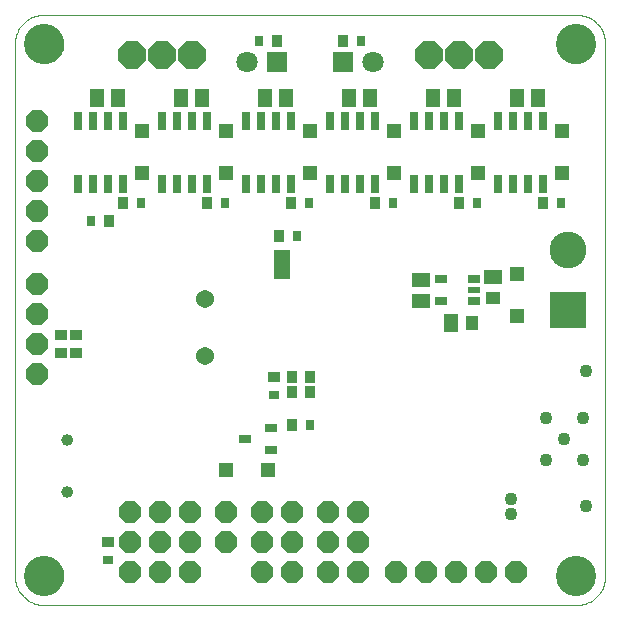
<source format=gbs>
G75*
%MOIN*%
%OFA0B0*%
%FSLAX24Y24*%
%IPPOS*%
%LPD*%
%AMOC8*
5,1,8,0,0,1.08239X$1,22.5*
%
%ADD10C,0.0000*%
%ADD11C,0.1340*%
%ADD12R,0.0474X0.0592*%
%ADD13OC8,0.0912*%
%ADD14C,0.0395*%
%ADD15C,0.1227*%
%ADD16R,0.1227X0.1227*%
%ADD17C,0.0710*%
%ADD18R,0.0710X0.0710*%
%ADD19R,0.0356X0.0395*%
%ADD20R,0.0296X0.0335*%
%ADD21OC8,0.0753*%
%ADD22R,0.0592X0.0474*%
%ADD23R,0.0394X0.0512*%
%ADD24R,0.0512X0.0394*%
%ADD25C,0.0604*%
%ADD26R,0.0395X0.0356*%
%ADD27R,0.0580X0.0500*%
%ADD28R,0.0580X0.0060*%
%ADD29R,0.0335X0.0296*%
%ADD30R,0.0395X0.0297*%
%ADD31R,0.0513X0.0513*%
%ADD32R,0.0277X0.0631*%
%ADD33R,0.0395X0.0277*%
%ADD34R,0.0395X0.0197*%
%ADD35C,0.0434*%
D10*
X002834Y001872D02*
X002834Y019588D01*
X003189Y019588D02*
X003191Y019638D01*
X003197Y019688D01*
X003207Y019737D01*
X003221Y019785D01*
X003238Y019832D01*
X003259Y019877D01*
X003284Y019921D01*
X003312Y019962D01*
X003344Y020001D01*
X003378Y020038D01*
X003415Y020072D01*
X003455Y020102D01*
X003497Y020129D01*
X003541Y020153D01*
X003587Y020174D01*
X003634Y020190D01*
X003682Y020203D01*
X003732Y020212D01*
X003781Y020217D01*
X003832Y020218D01*
X003882Y020215D01*
X003931Y020208D01*
X003980Y020197D01*
X004028Y020182D01*
X004074Y020164D01*
X004119Y020142D01*
X004162Y020116D01*
X004203Y020087D01*
X004242Y020055D01*
X004278Y020020D01*
X004310Y019982D01*
X004340Y019942D01*
X004367Y019899D01*
X004390Y019855D01*
X004409Y019809D01*
X004425Y019761D01*
X004437Y019712D01*
X004445Y019663D01*
X004449Y019613D01*
X004449Y019563D01*
X004445Y019513D01*
X004437Y019464D01*
X004425Y019415D01*
X004409Y019367D01*
X004390Y019321D01*
X004367Y019277D01*
X004340Y019234D01*
X004310Y019194D01*
X004278Y019156D01*
X004242Y019121D01*
X004203Y019089D01*
X004162Y019060D01*
X004119Y019034D01*
X004074Y019012D01*
X004028Y018994D01*
X003980Y018979D01*
X003931Y018968D01*
X003882Y018961D01*
X003832Y018958D01*
X003781Y018959D01*
X003732Y018964D01*
X003682Y018973D01*
X003634Y018986D01*
X003587Y019002D01*
X003541Y019023D01*
X003497Y019047D01*
X003455Y019074D01*
X003415Y019104D01*
X003378Y019138D01*
X003344Y019175D01*
X003312Y019214D01*
X003284Y019255D01*
X003259Y019299D01*
X003238Y019344D01*
X003221Y019391D01*
X003207Y019439D01*
X003197Y019488D01*
X003191Y019538D01*
X003189Y019588D01*
X002835Y019588D02*
X002837Y019650D01*
X002843Y019711D01*
X002852Y019772D01*
X002866Y019833D01*
X002883Y019892D01*
X002904Y019950D01*
X002929Y020007D01*
X002957Y020062D01*
X002988Y020115D01*
X003023Y020166D01*
X003061Y020215D01*
X003102Y020262D01*
X003145Y020305D01*
X003192Y020346D01*
X003241Y020384D01*
X003292Y020419D01*
X003345Y020450D01*
X003400Y020478D01*
X003457Y020503D01*
X003515Y020524D01*
X003574Y020541D01*
X003635Y020555D01*
X003696Y020564D01*
X003757Y020570D01*
X003819Y020572D01*
X021535Y020572D01*
X020905Y019588D02*
X020907Y019638D01*
X020913Y019688D01*
X020923Y019737D01*
X020937Y019785D01*
X020954Y019832D01*
X020975Y019877D01*
X021000Y019921D01*
X021028Y019962D01*
X021060Y020001D01*
X021094Y020038D01*
X021131Y020072D01*
X021171Y020102D01*
X021213Y020129D01*
X021257Y020153D01*
X021303Y020174D01*
X021350Y020190D01*
X021398Y020203D01*
X021448Y020212D01*
X021497Y020217D01*
X021548Y020218D01*
X021598Y020215D01*
X021647Y020208D01*
X021696Y020197D01*
X021744Y020182D01*
X021790Y020164D01*
X021835Y020142D01*
X021878Y020116D01*
X021919Y020087D01*
X021958Y020055D01*
X021994Y020020D01*
X022026Y019982D01*
X022056Y019942D01*
X022083Y019899D01*
X022106Y019855D01*
X022125Y019809D01*
X022141Y019761D01*
X022153Y019712D01*
X022161Y019663D01*
X022165Y019613D01*
X022165Y019563D01*
X022161Y019513D01*
X022153Y019464D01*
X022141Y019415D01*
X022125Y019367D01*
X022106Y019321D01*
X022083Y019277D01*
X022056Y019234D01*
X022026Y019194D01*
X021994Y019156D01*
X021958Y019121D01*
X021919Y019089D01*
X021878Y019060D01*
X021835Y019034D01*
X021790Y019012D01*
X021744Y018994D01*
X021696Y018979D01*
X021647Y018968D01*
X021598Y018961D01*
X021548Y018958D01*
X021497Y018959D01*
X021448Y018964D01*
X021398Y018973D01*
X021350Y018986D01*
X021303Y019002D01*
X021257Y019023D01*
X021213Y019047D01*
X021171Y019074D01*
X021131Y019104D01*
X021094Y019138D01*
X021060Y019175D01*
X021028Y019214D01*
X021000Y019255D01*
X020975Y019299D01*
X020954Y019344D01*
X020937Y019391D01*
X020923Y019439D01*
X020913Y019488D01*
X020907Y019538D01*
X020905Y019588D01*
X021535Y020572D02*
X021597Y020570D01*
X021658Y020564D01*
X021719Y020555D01*
X021780Y020541D01*
X021839Y020524D01*
X021897Y020503D01*
X021954Y020478D01*
X022009Y020450D01*
X022062Y020419D01*
X022113Y020384D01*
X022162Y020346D01*
X022209Y020305D01*
X022252Y020262D01*
X022293Y020215D01*
X022331Y020166D01*
X022366Y020115D01*
X022397Y020062D01*
X022425Y020007D01*
X022450Y019950D01*
X022471Y019892D01*
X022488Y019833D01*
X022502Y019772D01*
X022511Y019711D01*
X022517Y019650D01*
X022519Y019588D01*
X022519Y001872D01*
X020905Y001872D02*
X020907Y001922D01*
X020913Y001972D01*
X020923Y002021D01*
X020937Y002069D01*
X020954Y002116D01*
X020975Y002161D01*
X021000Y002205D01*
X021028Y002246D01*
X021060Y002285D01*
X021094Y002322D01*
X021131Y002356D01*
X021171Y002386D01*
X021213Y002413D01*
X021257Y002437D01*
X021303Y002458D01*
X021350Y002474D01*
X021398Y002487D01*
X021448Y002496D01*
X021497Y002501D01*
X021548Y002502D01*
X021598Y002499D01*
X021647Y002492D01*
X021696Y002481D01*
X021744Y002466D01*
X021790Y002448D01*
X021835Y002426D01*
X021878Y002400D01*
X021919Y002371D01*
X021958Y002339D01*
X021994Y002304D01*
X022026Y002266D01*
X022056Y002226D01*
X022083Y002183D01*
X022106Y002139D01*
X022125Y002093D01*
X022141Y002045D01*
X022153Y001996D01*
X022161Y001947D01*
X022165Y001897D01*
X022165Y001847D01*
X022161Y001797D01*
X022153Y001748D01*
X022141Y001699D01*
X022125Y001651D01*
X022106Y001605D01*
X022083Y001561D01*
X022056Y001518D01*
X022026Y001478D01*
X021994Y001440D01*
X021958Y001405D01*
X021919Y001373D01*
X021878Y001344D01*
X021835Y001318D01*
X021790Y001296D01*
X021744Y001278D01*
X021696Y001263D01*
X021647Y001252D01*
X021598Y001245D01*
X021548Y001242D01*
X021497Y001243D01*
X021448Y001248D01*
X021398Y001257D01*
X021350Y001270D01*
X021303Y001286D01*
X021257Y001307D01*
X021213Y001331D01*
X021171Y001358D01*
X021131Y001388D01*
X021094Y001422D01*
X021060Y001459D01*
X021028Y001498D01*
X021000Y001539D01*
X020975Y001583D01*
X020954Y001628D01*
X020937Y001675D01*
X020923Y001723D01*
X020913Y001772D01*
X020907Y001822D01*
X020905Y001872D01*
X021535Y000888D02*
X021597Y000890D01*
X021658Y000896D01*
X021719Y000905D01*
X021780Y000919D01*
X021839Y000936D01*
X021897Y000957D01*
X021954Y000982D01*
X022009Y001010D01*
X022062Y001041D01*
X022113Y001076D01*
X022162Y001114D01*
X022209Y001155D01*
X022252Y001198D01*
X022293Y001245D01*
X022331Y001294D01*
X022366Y001345D01*
X022397Y001398D01*
X022425Y001453D01*
X022450Y001510D01*
X022471Y001568D01*
X022488Y001627D01*
X022502Y001688D01*
X022511Y001749D01*
X022517Y001810D01*
X022519Y001872D01*
X021535Y000887D02*
X003819Y000887D01*
X003189Y001872D02*
X003191Y001922D01*
X003197Y001972D01*
X003207Y002021D01*
X003221Y002069D01*
X003238Y002116D01*
X003259Y002161D01*
X003284Y002205D01*
X003312Y002246D01*
X003344Y002285D01*
X003378Y002322D01*
X003415Y002356D01*
X003455Y002386D01*
X003497Y002413D01*
X003541Y002437D01*
X003587Y002458D01*
X003634Y002474D01*
X003682Y002487D01*
X003732Y002496D01*
X003781Y002501D01*
X003832Y002502D01*
X003882Y002499D01*
X003931Y002492D01*
X003980Y002481D01*
X004028Y002466D01*
X004074Y002448D01*
X004119Y002426D01*
X004162Y002400D01*
X004203Y002371D01*
X004242Y002339D01*
X004278Y002304D01*
X004310Y002266D01*
X004340Y002226D01*
X004367Y002183D01*
X004390Y002139D01*
X004409Y002093D01*
X004425Y002045D01*
X004437Y001996D01*
X004445Y001947D01*
X004449Y001897D01*
X004449Y001847D01*
X004445Y001797D01*
X004437Y001748D01*
X004425Y001699D01*
X004409Y001651D01*
X004390Y001605D01*
X004367Y001561D01*
X004340Y001518D01*
X004310Y001478D01*
X004278Y001440D01*
X004242Y001405D01*
X004203Y001373D01*
X004162Y001344D01*
X004119Y001318D01*
X004074Y001296D01*
X004028Y001278D01*
X003980Y001263D01*
X003931Y001252D01*
X003882Y001245D01*
X003832Y001242D01*
X003781Y001243D01*
X003732Y001248D01*
X003682Y001257D01*
X003634Y001270D01*
X003587Y001286D01*
X003541Y001307D01*
X003497Y001331D01*
X003455Y001358D01*
X003415Y001388D01*
X003378Y001422D01*
X003344Y001459D01*
X003312Y001498D01*
X003284Y001539D01*
X003259Y001583D01*
X003238Y001628D01*
X003221Y001675D01*
X003207Y001723D01*
X003197Y001772D01*
X003191Y001822D01*
X003189Y001872D01*
X002835Y001872D02*
X002837Y001810D01*
X002843Y001749D01*
X002852Y001688D01*
X002866Y001627D01*
X002883Y001568D01*
X002904Y001510D01*
X002929Y001453D01*
X002957Y001398D01*
X002988Y001345D01*
X003023Y001294D01*
X003061Y001245D01*
X003102Y001198D01*
X003145Y001155D01*
X003192Y001114D01*
X003241Y001076D01*
X003292Y001041D01*
X003345Y001010D01*
X003400Y000982D01*
X003457Y000957D01*
X003515Y000936D01*
X003574Y000919D01*
X003635Y000905D01*
X003696Y000896D01*
X003757Y000890D01*
X003819Y000888D01*
X004427Y004671D02*
X004429Y004696D01*
X004435Y004720D01*
X004444Y004742D01*
X004457Y004763D01*
X004473Y004782D01*
X004492Y004798D01*
X004513Y004811D01*
X004535Y004820D01*
X004559Y004826D01*
X004584Y004828D01*
X004609Y004826D01*
X004633Y004820D01*
X004655Y004811D01*
X004676Y004798D01*
X004695Y004782D01*
X004711Y004763D01*
X004724Y004742D01*
X004733Y004720D01*
X004739Y004696D01*
X004741Y004671D01*
X004739Y004646D01*
X004733Y004622D01*
X004724Y004600D01*
X004711Y004579D01*
X004695Y004560D01*
X004676Y004544D01*
X004655Y004531D01*
X004633Y004522D01*
X004609Y004516D01*
X004584Y004514D01*
X004559Y004516D01*
X004535Y004522D01*
X004513Y004531D01*
X004492Y004544D01*
X004473Y004560D01*
X004457Y004579D01*
X004444Y004600D01*
X004435Y004622D01*
X004429Y004646D01*
X004427Y004671D01*
X004427Y006404D02*
X004429Y006429D01*
X004435Y006453D01*
X004444Y006475D01*
X004457Y006496D01*
X004473Y006515D01*
X004492Y006531D01*
X004513Y006544D01*
X004535Y006553D01*
X004559Y006559D01*
X004584Y006561D01*
X004609Y006559D01*
X004633Y006553D01*
X004655Y006544D01*
X004676Y006531D01*
X004695Y006515D01*
X004711Y006496D01*
X004724Y006475D01*
X004733Y006453D01*
X004739Y006429D01*
X004741Y006404D01*
X004739Y006379D01*
X004733Y006355D01*
X004724Y006333D01*
X004711Y006312D01*
X004695Y006293D01*
X004676Y006277D01*
X004655Y006264D01*
X004633Y006255D01*
X004609Y006249D01*
X004584Y006247D01*
X004559Y006249D01*
X004535Y006255D01*
X004513Y006264D01*
X004492Y006277D01*
X004473Y006293D01*
X004457Y006312D01*
X004444Y006333D01*
X004435Y006355D01*
X004429Y006379D01*
X004427Y006404D01*
D11*
X003819Y001872D03*
X021535Y001872D03*
X021535Y019588D03*
X003819Y019588D03*
D12*
X005584Y017787D03*
X006284Y017787D03*
X008384Y017787D03*
X009084Y017787D03*
X011184Y017787D03*
X011884Y017787D03*
X013984Y017787D03*
X014684Y017787D03*
X016784Y017787D03*
X017484Y017787D03*
X019584Y017787D03*
X020284Y017787D03*
X017384Y010287D03*
D13*
X017634Y019237D03*
X016634Y019237D03*
X018634Y019237D03*
X008734Y019237D03*
X007734Y019237D03*
X006734Y019237D03*
D14*
X004584Y006404D03*
X004584Y004671D03*
D15*
X021284Y012737D03*
D16*
X021284Y010737D03*
D17*
X014784Y018987D03*
X010584Y018987D03*
D18*
X011584Y018987D03*
X013784Y018987D03*
D19*
X013784Y019687D03*
X011584Y019687D03*
X012034Y014287D03*
X011634Y013187D03*
X009234Y014287D03*
X006434Y014287D03*
X005984Y013687D03*
X012084Y008487D03*
X012084Y007987D03*
X012684Y007987D03*
X012684Y008487D03*
X012084Y006887D03*
X014834Y014287D03*
X017634Y014287D03*
X020434Y014287D03*
D20*
X021034Y014287D03*
X018234Y014287D03*
X015434Y014287D03*
X012634Y014287D03*
X012234Y013187D03*
X009834Y014287D03*
X007034Y014287D03*
X005384Y013687D03*
X010984Y019687D03*
X014384Y019687D03*
X012684Y006887D03*
D21*
X012084Y003987D03*
X011084Y003987D03*
X009884Y003987D03*
X009884Y002987D03*
X011084Y002987D03*
X011084Y001987D03*
X012084Y001987D03*
X012084Y002987D03*
X013284Y002987D03*
X014284Y002987D03*
X014284Y001987D03*
X013284Y001987D03*
X015534Y001987D03*
X016534Y001987D03*
X017534Y001987D03*
X018534Y001987D03*
X019534Y001987D03*
X014284Y003987D03*
X013284Y003987D03*
X008684Y003987D03*
X007684Y003987D03*
X006684Y003987D03*
X006684Y002987D03*
X006684Y001987D03*
X007684Y001987D03*
X008684Y001987D03*
X008684Y002987D03*
X007684Y002987D03*
X003584Y008587D03*
X003584Y009587D03*
X003584Y010587D03*
X003584Y011587D03*
X003584Y013037D03*
X003584Y014037D03*
X003584Y015037D03*
X003584Y016037D03*
X003584Y017037D03*
D22*
X016384Y011737D03*
X016384Y011037D03*
X018784Y011837D03*
D23*
X018084Y010287D03*
D24*
X018784Y011137D03*
D25*
X009184Y011087D03*
X009184Y009187D03*
D26*
X011484Y008487D03*
X005934Y002987D03*
X004884Y009287D03*
X004384Y009287D03*
X004384Y009887D03*
X004884Y009887D03*
D27*
X011734Y011987D03*
X011734Y012487D03*
D28*
X011734Y012237D03*
D29*
X011484Y007887D03*
X005934Y002387D03*
D30*
X010501Y006437D03*
X011367Y006063D03*
X011367Y006811D03*
D31*
X011284Y005387D03*
X009884Y005387D03*
X019584Y010537D03*
X019584Y011937D03*
X018284Y015287D03*
X018284Y016687D03*
X021084Y016687D03*
X021084Y015287D03*
X015484Y015287D03*
X015484Y016687D03*
X012684Y016687D03*
X012684Y015287D03*
X009884Y015287D03*
X009884Y016687D03*
X007084Y016687D03*
X007084Y015287D03*
D32*
X006434Y014937D03*
X005934Y014937D03*
X005434Y014937D03*
X004934Y014937D03*
X004934Y017037D03*
X005434Y017037D03*
X005934Y017037D03*
X006434Y017037D03*
X007734Y017037D03*
X008234Y017037D03*
X008734Y017037D03*
X009234Y017037D03*
X010534Y017037D03*
X011034Y017037D03*
X011534Y017037D03*
X012034Y017037D03*
X013334Y017037D03*
X013834Y017037D03*
X014334Y017037D03*
X014834Y017037D03*
X016134Y017037D03*
X016634Y017037D03*
X017134Y017037D03*
X017634Y017037D03*
X018934Y017037D03*
X019434Y017037D03*
X019934Y017037D03*
X020434Y017037D03*
X020434Y014937D03*
X019934Y014937D03*
X019434Y014937D03*
X018934Y014937D03*
X017634Y014937D03*
X017134Y014937D03*
X016634Y014937D03*
X016134Y014937D03*
X014834Y014937D03*
X014334Y014937D03*
X013834Y014937D03*
X013334Y014937D03*
X012034Y014937D03*
X011534Y014937D03*
X011034Y014937D03*
X010534Y014937D03*
X009234Y014937D03*
X008734Y014937D03*
X008234Y014937D03*
X007734Y014937D03*
D33*
X017034Y011761D03*
X017034Y011013D03*
X018134Y011013D03*
X018134Y011761D03*
D34*
X018134Y011387D03*
D35*
X021884Y008687D03*
X021784Y007137D03*
X021134Y006437D03*
X020534Y005737D03*
X021784Y005737D03*
X020534Y007137D03*
X019384Y004437D03*
X019384Y003937D03*
X021884Y004187D03*
M02*

</source>
